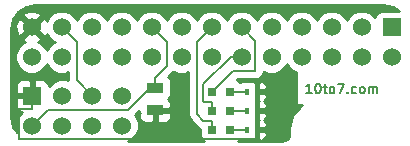
<source format=gtl>
G04 (created by PCBNEW-RS274X (2012-apr-16-27)-stable) date Mon 12 May 2014 23:50:08 BST*
G01*
G70*
G90*
%MOIN*%
G04 Gerber Fmt 3.4, Leading zero omitted, Abs format*
%FSLAX34Y34*%
G04 APERTURE LIST*
%ADD10C,0.006000*%
%ADD11C,0.007900*%
%ADD12R,0.055000X0.035000*%
%ADD13R,0.060000X0.060000*%
%ADD14C,0.060000*%
%ADD15R,0.015700X0.023600*%
%ADD16R,0.031400X0.031400*%
%ADD17C,0.008000*%
%ADD18C,0.010000*%
G04 APERTURE END LIST*
G54D10*
G54D11*
X62617Y-42410D02*
X62437Y-42410D01*
X62527Y-42410D02*
X62527Y-42095D01*
X62497Y-42140D01*
X62467Y-42170D01*
X62437Y-42185D01*
X62812Y-42095D02*
X62842Y-42095D01*
X62872Y-42110D01*
X62887Y-42125D01*
X62902Y-42155D01*
X62917Y-42215D01*
X62917Y-42290D01*
X62902Y-42350D01*
X62887Y-42380D01*
X62872Y-42395D01*
X62842Y-42410D01*
X62812Y-42410D01*
X62782Y-42395D01*
X62767Y-42380D01*
X62752Y-42350D01*
X62737Y-42290D01*
X62737Y-42215D01*
X62752Y-42155D01*
X62767Y-42125D01*
X62782Y-42110D01*
X62812Y-42095D01*
X63007Y-42200D02*
X63127Y-42200D01*
X63052Y-42095D02*
X63052Y-42365D01*
X63067Y-42395D01*
X63097Y-42410D01*
X63127Y-42410D01*
X63277Y-42410D02*
X63247Y-42395D01*
X63232Y-42380D01*
X63217Y-42350D01*
X63217Y-42260D01*
X63232Y-42230D01*
X63247Y-42215D01*
X63277Y-42200D01*
X63322Y-42200D01*
X63352Y-42215D01*
X63367Y-42230D01*
X63382Y-42260D01*
X63382Y-42350D01*
X63367Y-42380D01*
X63352Y-42395D01*
X63322Y-42410D01*
X63277Y-42410D01*
X63487Y-42095D02*
X63697Y-42095D01*
X63562Y-42410D01*
X63817Y-42380D02*
X63832Y-42395D01*
X63817Y-42410D01*
X63802Y-42395D01*
X63817Y-42380D01*
X63817Y-42410D01*
X64102Y-42395D02*
X64072Y-42410D01*
X64012Y-42410D01*
X63982Y-42395D01*
X63967Y-42380D01*
X63952Y-42350D01*
X63952Y-42260D01*
X63967Y-42230D01*
X63982Y-42215D01*
X64012Y-42200D01*
X64072Y-42200D01*
X64102Y-42215D01*
X64282Y-42410D02*
X64252Y-42395D01*
X64237Y-42380D01*
X64222Y-42350D01*
X64222Y-42260D01*
X64237Y-42230D01*
X64252Y-42215D01*
X64282Y-42200D01*
X64327Y-42200D01*
X64357Y-42215D01*
X64372Y-42230D01*
X64387Y-42260D01*
X64387Y-42350D01*
X64372Y-42380D01*
X64357Y-42395D01*
X64327Y-42410D01*
X64282Y-42410D01*
X64522Y-42410D02*
X64522Y-42200D01*
X64522Y-42230D02*
X64537Y-42215D01*
X64567Y-42200D01*
X64612Y-42200D01*
X64642Y-42215D01*
X64657Y-42245D01*
X64657Y-42410D01*
X64657Y-42245D02*
X64672Y-42215D01*
X64702Y-42200D01*
X64747Y-42200D01*
X64777Y-42215D01*
X64792Y-42245D01*
X64792Y-42410D01*
G54D12*
X57402Y-42223D03*
X57402Y-42973D03*
G54D13*
X53303Y-42492D03*
G54D14*
X53303Y-43492D03*
X54303Y-42492D03*
X54303Y-43492D03*
X55303Y-42492D03*
X55303Y-43492D03*
X56303Y-42492D03*
X56303Y-43492D03*
G54D13*
X65291Y-40209D03*
G54D14*
X65291Y-41209D03*
X64291Y-40209D03*
X64291Y-41209D03*
X63291Y-40209D03*
X63291Y-41209D03*
X62291Y-40209D03*
X62291Y-41209D03*
X61291Y-40209D03*
X61291Y-41209D03*
X60291Y-40209D03*
X60291Y-41209D03*
X59291Y-40209D03*
X59291Y-41209D03*
X58291Y-40209D03*
X58291Y-41209D03*
X57291Y-40209D03*
X57291Y-41209D03*
X56291Y-40209D03*
X56291Y-41209D03*
X55291Y-40209D03*
X55291Y-41209D03*
X54291Y-40209D03*
X54291Y-41209D03*
X53291Y-40209D03*
X53291Y-41209D03*
G54D15*
X60453Y-42362D03*
X60807Y-42362D03*
X60453Y-42992D03*
X60807Y-42992D03*
X60453Y-43622D03*
X60807Y-43622D03*
G54D16*
X59311Y-42362D03*
X59901Y-42362D03*
X59311Y-42992D03*
X59901Y-42992D03*
X59311Y-43622D03*
X59901Y-43622D03*
G54D17*
X54291Y-40209D02*
X54791Y-40709D01*
X54791Y-41980D02*
X55303Y-42492D01*
X54791Y-40709D02*
X54791Y-41980D01*
X60747Y-40665D02*
X60291Y-40209D01*
X60747Y-41635D02*
X60747Y-40665D01*
X60725Y-41657D02*
X60747Y-41635D01*
X60016Y-41657D02*
X60725Y-41657D01*
X59311Y-42362D02*
X60016Y-41657D01*
X59920Y-41209D02*
X60291Y-41209D01*
X59011Y-42118D02*
X59920Y-41209D01*
X59011Y-42670D02*
X59011Y-42118D01*
X59033Y-42692D02*
X59011Y-42670D01*
X59311Y-42692D02*
X59033Y-42692D01*
X59311Y-42992D02*
X59311Y-42692D01*
X59311Y-43322D02*
X59011Y-43322D01*
X59011Y-43322D02*
X58791Y-43102D01*
X59311Y-43622D02*
X59311Y-43322D01*
X58791Y-40709D02*
X59291Y-40209D01*
X58791Y-43102D02*
X58791Y-40709D01*
X57791Y-41516D02*
X57402Y-41905D01*
X57791Y-40709D02*
X57791Y-41516D01*
X57291Y-40209D02*
X57791Y-40709D01*
X57402Y-42223D02*
X57402Y-42064D01*
X57402Y-42064D02*
X57402Y-41905D01*
X53822Y-42973D02*
X53303Y-43492D01*
X56493Y-42973D02*
X53822Y-42973D01*
X57402Y-42064D02*
X56493Y-42973D01*
X60807Y-43622D02*
X60807Y-43915D01*
X53303Y-42492D02*
X53303Y-42935D01*
X52860Y-42957D02*
X52882Y-42935D01*
X52879Y-43942D02*
X52860Y-43923D01*
X56751Y-43942D02*
X52879Y-43942D01*
X57402Y-43291D02*
X56751Y-43942D01*
X60807Y-43915D02*
X60799Y-43923D01*
X60799Y-43923D02*
X58034Y-43923D01*
X52860Y-43923D02*
X52860Y-42957D01*
X58034Y-43923D02*
X57402Y-43291D01*
X60807Y-42992D02*
X60807Y-43622D01*
X57402Y-42973D02*
X57402Y-43291D01*
X52882Y-42935D02*
X53303Y-42935D01*
X60807Y-42992D02*
X60807Y-42362D01*
X59901Y-42362D02*
X60453Y-42362D01*
X59901Y-42992D02*
X60453Y-42992D01*
X59901Y-43622D02*
X60453Y-43622D01*
G54D10*
G36*
X59048Y-44005D02*
X57927Y-44005D01*
X57927Y-43085D01*
X57865Y-43023D01*
X57452Y-43023D01*
X57452Y-43336D01*
X57514Y-43398D01*
X57628Y-43397D01*
X57727Y-43397D01*
X57818Y-43359D01*
X57888Y-43289D01*
X57926Y-43197D01*
X57927Y-43085D01*
X57927Y-44005D01*
X57352Y-44005D01*
X56498Y-44005D01*
X56614Y-43957D01*
X56768Y-43803D01*
X56852Y-43601D01*
X56852Y-43383D01*
X56768Y-43181D01*
X56731Y-43144D01*
X56877Y-42998D01*
X56877Y-43073D01*
X56889Y-43073D01*
X56877Y-43085D01*
X56878Y-43197D01*
X56916Y-43289D01*
X56986Y-43359D01*
X57077Y-43397D01*
X57176Y-43397D01*
X57290Y-43398D01*
X57352Y-43336D01*
X57352Y-43073D01*
X57352Y-43023D01*
X57352Y-42923D01*
X57452Y-42923D01*
X57502Y-42923D01*
X57865Y-42923D01*
X57927Y-42861D01*
X57926Y-42749D01*
X57888Y-42657D01*
X57829Y-42598D01*
X57888Y-42539D01*
X57926Y-42448D01*
X57926Y-42349D01*
X57926Y-41999D01*
X57888Y-41907D01*
X57849Y-41868D01*
X57996Y-41721D01*
X58017Y-41689D01*
X58182Y-41758D01*
X58400Y-41758D01*
X58501Y-41716D01*
X58501Y-43102D01*
X58523Y-43213D01*
X58586Y-43307D01*
X58806Y-43527D01*
X58900Y-43590D01*
X58905Y-43590D01*
X58905Y-43828D01*
X58943Y-43920D01*
X59013Y-43990D01*
X59048Y-44005D01*
X59048Y-44005D01*
G37*
G54D18*
X59048Y-44005D02*
X57927Y-44005D01*
X57927Y-43085D01*
X57865Y-43023D01*
X57452Y-43023D01*
X57452Y-43336D01*
X57514Y-43398D01*
X57628Y-43397D01*
X57727Y-43397D01*
X57818Y-43359D01*
X57888Y-43289D01*
X57926Y-43197D01*
X57927Y-43085D01*
X57927Y-44005D01*
X57352Y-44005D01*
X56498Y-44005D01*
X56614Y-43957D01*
X56768Y-43803D01*
X56852Y-43601D01*
X56852Y-43383D01*
X56768Y-43181D01*
X56731Y-43144D01*
X56877Y-42998D01*
X56877Y-43073D01*
X56889Y-43073D01*
X56877Y-43085D01*
X56878Y-43197D01*
X56916Y-43289D01*
X56986Y-43359D01*
X57077Y-43397D01*
X57176Y-43397D01*
X57290Y-43398D01*
X57352Y-43336D01*
X57352Y-43073D01*
X57352Y-43023D01*
X57352Y-42923D01*
X57452Y-42923D01*
X57502Y-42923D01*
X57865Y-42923D01*
X57927Y-42861D01*
X57926Y-42749D01*
X57888Y-42657D01*
X57829Y-42598D01*
X57888Y-42539D01*
X57926Y-42448D01*
X57926Y-42349D01*
X57926Y-41999D01*
X57888Y-41907D01*
X57849Y-41868D01*
X57996Y-41721D01*
X58017Y-41689D01*
X58182Y-41758D01*
X58400Y-41758D01*
X58501Y-41716D01*
X58501Y-43102D01*
X58523Y-43213D01*
X58586Y-43307D01*
X58806Y-43527D01*
X58900Y-43590D01*
X58905Y-43590D01*
X58905Y-43828D01*
X58943Y-43920D01*
X59013Y-43990D01*
X59048Y-44005D01*
G54D10*
G36*
X62297Y-42793D02*
X62263Y-42820D01*
X62219Y-42856D01*
X62040Y-43068D01*
X61979Y-43179D01*
X61978Y-43179D01*
X61978Y-43181D01*
X61894Y-43445D01*
X61888Y-43493D01*
X61879Y-43543D01*
X61879Y-43700D01*
X61880Y-43704D01*
X61880Y-43745D01*
X61856Y-43864D01*
X61809Y-43934D01*
X61738Y-43981D01*
X61620Y-44005D01*
X61134Y-44005D01*
X61134Y-43790D01*
X61134Y-43733D01*
X61134Y-43511D01*
X61134Y-43454D01*
X61096Y-43363D01*
X61040Y-43307D01*
X61096Y-43251D01*
X61134Y-43160D01*
X61134Y-43103D01*
X61134Y-42881D01*
X61134Y-42824D01*
X61096Y-42733D01*
X61040Y-42677D01*
X61096Y-42621D01*
X61134Y-42530D01*
X61134Y-42473D01*
X61134Y-42251D01*
X61134Y-42194D01*
X61096Y-42103D01*
X61026Y-42033D01*
X60934Y-41995D01*
X60908Y-41994D01*
X60846Y-42056D01*
X60846Y-42312D01*
X61073Y-42312D01*
X61134Y-42251D01*
X61134Y-42473D01*
X61073Y-42412D01*
X60846Y-42412D01*
X60846Y-42668D01*
X60855Y-42677D01*
X60846Y-42686D01*
X60846Y-42942D01*
X61073Y-42942D01*
X61134Y-42881D01*
X61134Y-43103D01*
X61073Y-43042D01*
X60846Y-43042D01*
X60846Y-43298D01*
X60855Y-43307D01*
X60846Y-43316D01*
X60846Y-43572D01*
X61073Y-43572D01*
X61134Y-43511D01*
X61134Y-43733D01*
X61073Y-43672D01*
X60846Y-43672D01*
X60846Y-43928D01*
X60908Y-43990D01*
X60934Y-43989D01*
X61026Y-43951D01*
X61096Y-43881D01*
X61134Y-43790D01*
X61134Y-44005D01*
X60162Y-44005D01*
X60199Y-43990D01*
X60236Y-43952D01*
X60325Y-43989D01*
X60424Y-43989D01*
X60580Y-43989D01*
X60630Y-43968D01*
X60680Y-43989D01*
X60706Y-43990D01*
X60768Y-43928D01*
X60768Y-43818D01*
X60780Y-43790D01*
X60780Y-43691D01*
X60780Y-43455D01*
X60768Y-43425D01*
X60768Y-43316D01*
X60759Y-43307D01*
X60768Y-43298D01*
X60768Y-43188D01*
X60780Y-43160D01*
X60780Y-43061D01*
X60780Y-42825D01*
X60768Y-42795D01*
X60768Y-42686D01*
X60759Y-42677D01*
X60768Y-42668D01*
X60768Y-42558D01*
X60780Y-42530D01*
X60780Y-42431D01*
X60780Y-42195D01*
X60768Y-42165D01*
X60768Y-42056D01*
X60706Y-41994D01*
X60680Y-41995D01*
X60630Y-42015D01*
X60581Y-41995D01*
X60482Y-41995D01*
X60326Y-41995D01*
X60236Y-42031D01*
X60199Y-41994D01*
X60121Y-41961D01*
X60136Y-41947D01*
X60725Y-41947D01*
X60836Y-41925D01*
X60930Y-41862D01*
X60952Y-41840D01*
X61015Y-41746D01*
X61025Y-41692D01*
X61182Y-41758D01*
X61400Y-41758D01*
X61602Y-41674D01*
X61756Y-41520D01*
X61791Y-41435D01*
X61826Y-41520D01*
X61980Y-41674D01*
X62088Y-41718D01*
X62088Y-42793D01*
X62297Y-42793D01*
X62297Y-42793D01*
G37*
G54D18*
X62297Y-42793D02*
X62263Y-42820D01*
X62219Y-42856D01*
X62040Y-43068D01*
X61979Y-43179D01*
X61978Y-43179D01*
X61978Y-43181D01*
X61894Y-43445D01*
X61888Y-43493D01*
X61879Y-43543D01*
X61879Y-43700D01*
X61880Y-43704D01*
X61880Y-43745D01*
X61856Y-43864D01*
X61809Y-43934D01*
X61738Y-43981D01*
X61620Y-44005D01*
X61134Y-44005D01*
X61134Y-43790D01*
X61134Y-43733D01*
X61134Y-43511D01*
X61134Y-43454D01*
X61096Y-43363D01*
X61040Y-43307D01*
X61096Y-43251D01*
X61134Y-43160D01*
X61134Y-43103D01*
X61134Y-42881D01*
X61134Y-42824D01*
X61096Y-42733D01*
X61040Y-42677D01*
X61096Y-42621D01*
X61134Y-42530D01*
X61134Y-42473D01*
X61134Y-42251D01*
X61134Y-42194D01*
X61096Y-42103D01*
X61026Y-42033D01*
X60934Y-41995D01*
X60908Y-41994D01*
X60846Y-42056D01*
X60846Y-42312D01*
X61073Y-42312D01*
X61134Y-42251D01*
X61134Y-42473D01*
X61073Y-42412D01*
X60846Y-42412D01*
X60846Y-42668D01*
X60855Y-42677D01*
X60846Y-42686D01*
X60846Y-42942D01*
X61073Y-42942D01*
X61134Y-42881D01*
X61134Y-43103D01*
X61073Y-43042D01*
X60846Y-43042D01*
X60846Y-43298D01*
X60855Y-43307D01*
X60846Y-43316D01*
X60846Y-43572D01*
X61073Y-43572D01*
X61134Y-43511D01*
X61134Y-43733D01*
X61073Y-43672D01*
X60846Y-43672D01*
X60846Y-43928D01*
X60908Y-43990D01*
X60934Y-43989D01*
X61026Y-43951D01*
X61096Y-43881D01*
X61134Y-43790D01*
X61134Y-44005D01*
X60162Y-44005D01*
X60199Y-43990D01*
X60236Y-43952D01*
X60325Y-43989D01*
X60424Y-43989D01*
X60580Y-43989D01*
X60630Y-43968D01*
X60680Y-43989D01*
X60706Y-43990D01*
X60768Y-43928D01*
X60768Y-43818D01*
X60780Y-43790D01*
X60780Y-43691D01*
X60780Y-43455D01*
X60768Y-43425D01*
X60768Y-43316D01*
X60759Y-43307D01*
X60768Y-43298D01*
X60768Y-43188D01*
X60780Y-43160D01*
X60780Y-43061D01*
X60780Y-42825D01*
X60768Y-42795D01*
X60768Y-42686D01*
X60759Y-42677D01*
X60768Y-42668D01*
X60768Y-42558D01*
X60780Y-42530D01*
X60780Y-42431D01*
X60780Y-42195D01*
X60768Y-42165D01*
X60768Y-42056D01*
X60706Y-41994D01*
X60680Y-41995D01*
X60630Y-42015D01*
X60581Y-41995D01*
X60482Y-41995D01*
X60326Y-41995D01*
X60236Y-42031D01*
X60199Y-41994D01*
X60121Y-41961D01*
X60136Y-41947D01*
X60725Y-41947D01*
X60836Y-41925D01*
X60930Y-41862D01*
X60952Y-41840D01*
X61015Y-41746D01*
X61025Y-41692D01*
X61182Y-41758D01*
X61400Y-41758D01*
X61602Y-41674D01*
X61756Y-41520D01*
X61791Y-41435D01*
X61826Y-41520D01*
X61980Y-41674D01*
X62088Y-41718D01*
X62088Y-42793D01*
X62297Y-42793D01*
G54D10*
G36*
X65537Y-39660D02*
X64942Y-39660D01*
X64850Y-39698D01*
X64780Y-39768D01*
X64742Y-39859D01*
X64742Y-39884D01*
X64602Y-39744D01*
X64400Y-39660D01*
X64182Y-39660D01*
X63980Y-39744D01*
X63826Y-39898D01*
X63791Y-39982D01*
X63756Y-39898D01*
X63602Y-39744D01*
X63400Y-39660D01*
X63182Y-39660D01*
X62980Y-39744D01*
X62826Y-39898D01*
X62791Y-39982D01*
X62756Y-39898D01*
X62602Y-39744D01*
X62400Y-39660D01*
X62182Y-39660D01*
X61980Y-39744D01*
X61826Y-39898D01*
X61791Y-39982D01*
X61756Y-39898D01*
X61602Y-39744D01*
X61400Y-39660D01*
X61182Y-39660D01*
X60980Y-39744D01*
X60826Y-39898D01*
X60791Y-39982D01*
X60756Y-39898D01*
X60602Y-39744D01*
X60400Y-39660D01*
X60182Y-39660D01*
X59980Y-39744D01*
X59826Y-39898D01*
X59791Y-39982D01*
X59756Y-39898D01*
X59602Y-39744D01*
X59400Y-39660D01*
X59182Y-39660D01*
X58980Y-39744D01*
X58826Y-39898D01*
X58791Y-39982D01*
X58756Y-39898D01*
X58602Y-39744D01*
X58400Y-39660D01*
X58182Y-39660D01*
X57980Y-39744D01*
X57826Y-39898D01*
X57791Y-39982D01*
X57756Y-39898D01*
X57602Y-39744D01*
X57400Y-39660D01*
X57182Y-39660D01*
X56980Y-39744D01*
X56826Y-39898D01*
X56791Y-39982D01*
X56756Y-39898D01*
X56602Y-39744D01*
X56400Y-39660D01*
X56182Y-39660D01*
X55980Y-39744D01*
X55826Y-39898D01*
X55791Y-39982D01*
X55756Y-39898D01*
X55602Y-39744D01*
X55400Y-39660D01*
X55182Y-39660D01*
X54980Y-39744D01*
X54826Y-39898D01*
X54791Y-39982D01*
X54756Y-39898D01*
X54602Y-39744D01*
X54400Y-39660D01*
X54182Y-39660D01*
X53980Y-39744D01*
X53826Y-39898D01*
X53788Y-39989D01*
X53763Y-39928D01*
X53669Y-39901D01*
X53599Y-39971D01*
X53599Y-39831D01*
X53572Y-39737D01*
X53370Y-39666D01*
X53157Y-39677D01*
X53010Y-39737D01*
X52983Y-39831D01*
X53291Y-40138D01*
X53599Y-39831D01*
X53599Y-39971D01*
X53362Y-40209D01*
X53669Y-40517D01*
X53763Y-40490D01*
X53786Y-40424D01*
X53826Y-40520D01*
X53980Y-40674D01*
X54064Y-40709D01*
X53980Y-40744D01*
X53826Y-40898D01*
X53791Y-40982D01*
X53756Y-40898D01*
X53602Y-40744D01*
X53510Y-40706D01*
X53572Y-40681D01*
X53599Y-40587D01*
X53291Y-40280D01*
X53220Y-40350D01*
X53220Y-40209D01*
X52913Y-39901D01*
X52819Y-39928D01*
X52748Y-40130D01*
X52759Y-40343D01*
X52819Y-40490D01*
X52913Y-40517D01*
X53220Y-40209D01*
X53220Y-40350D01*
X52983Y-40587D01*
X53010Y-40681D01*
X53075Y-40704D01*
X52980Y-40744D01*
X52826Y-40898D01*
X52742Y-41100D01*
X52742Y-41318D01*
X52826Y-41520D01*
X52980Y-41674D01*
X53182Y-41758D01*
X53400Y-41758D01*
X53602Y-41674D01*
X53756Y-41520D01*
X53791Y-41435D01*
X53826Y-41520D01*
X53980Y-41674D01*
X54182Y-41758D01*
X54400Y-41758D01*
X54501Y-41716D01*
X54501Y-41980D01*
X54412Y-41943D01*
X54194Y-41943D01*
X53992Y-42027D01*
X53852Y-42167D01*
X53852Y-42142D01*
X53814Y-42051D01*
X53744Y-41981D01*
X53652Y-41943D01*
X53415Y-41942D01*
X53353Y-42004D01*
X53353Y-42392D01*
X53353Y-42442D01*
X53353Y-42542D01*
X53253Y-42542D01*
X53253Y-42442D01*
X53253Y-42004D01*
X53191Y-41942D01*
X52954Y-41943D01*
X52862Y-41981D01*
X52792Y-42051D01*
X52754Y-42142D01*
X52754Y-42241D01*
X52753Y-42380D01*
X52815Y-42442D01*
X53253Y-42442D01*
X53253Y-42542D01*
X53203Y-42542D01*
X52815Y-42542D01*
X52753Y-42604D01*
X52754Y-42743D01*
X52754Y-42842D01*
X52792Y-42933D01*
X52862Y-43003D01*
X52954Y-43041D01*
X52977Y-43041D01*
X52838Y-43181D01*
X52754Y-43383D01*
X52754Y-43601D01*
X52799Y-43709D01*
X52674Y-43523D01*
X52609Y-43194D01*
X52609Y-40269D01*
X52674Y-39940D01*
X52841Y-39691D01*
X53089Y-39524D01*
X53414Y-39459D01*
X65006Y-39459D01*
X65335Y-39524D01*
X65537Y-39660D01*
X65537Y-39660D01*
G37*
G54D18*
X65537Y-39660D02*
X64942Y-39660D01*
X64850Y-39698D01*
X64780Y-39768D01*
X64742Y-39859D01*
X64742Y-39884D01*
X64602Y-39744D01*
X64400Y-39660D01*
X64182Y-39660D01*
X63980Y-39744D01*
X63826Y-39898D01*
X63791Y-39982D01*
X63756Y-39898D01*
X63602Y-39744D01*
X63400Y-39660D01*
X63182Y-39660D01*
X62980Y-39744D01*
X62826Y-39898D01*
X62791Y-39982D01*
X62756Y-39898D01*
X62602Y-39744D01*
X62400Y-39660D01*
X62182Y-39660D01*
X61980Y-39744D01*
X61826Y-39898D01*
X61791Y-39982D01*
X61756Y-39898D01*
X61602Y-39744D01*
X61400Y-39660D01*
X61182Y-39660D01*
X60980Y-39744D01*
X60826Y-39898D01*
X60791Y-39982D01*
X60756Y-39898D01*
X60602Y-39744D01*
X60400Y-39660D01*
X60182Y-39660D01*
X59980Y-39744D01*
X59826Y-39898D01*
X59791Y-39982D01*
X59756Y-39898D01*
X59602Y-39744D01*
X59400Y-39660D01*
X59182Y-39660D01*
X58980Y-39744D01*
X58826Y-39898D01*
X58791Y-39982D01*
X58756Y-39898D01*
X58602Y-39744D01*
X58400Y-39660D01*
X58182Y-39660D01*
X57980Y-39744D01*
X57826Y-39898D01*
X57791Y-39982D01*
X57756Y-39898D01*
X57602Y-39744D01*
X57400Y-39660D01*
X57182Y-39660D01*
X56980Y-39744D01*
X56826Y-39898D01*
X56791Y-39982D01*
X56756Y-39898D01*
X56602Y-39744D01*
X56400Y-39660D01*
X56182Y-39660D01*
X55980Y-39744D01*
X55826Y-39898D01*
X55791Y-39982D01*
X55756Y-39898D01*
X55602Y-39744D01*
X55400Y-39660D01*
X55182Y-39660D01*
X54980Y-39744D01*
X54826Y-39898D01*
X54791Y-39982D01*
X54756Y-39898D01*
X54602Y-39744D01*
X54400Y-39660D01*
X54182Y-39660D01*
X53980Y-39744D01*
X53826Y-39898D01*
X53788Y-39989D01*
X53763Y-39928D01*
X53669Y-39901D01*
X53599Y-39971D01*
X53599Y-39831D01*
X53572Y-39737D01*
X53370Y-39666D01*
X53157Y-39677D01*
X53010Y-39737D01*
X52983Y-39831D01*
X53291Y-40138D01*
X53599Y-39831D01*
X53599Y-39971D01*
X53362Y-40209D01*
X53669Y-40517D01*
X53763Y-40490D01*
X53786Y-40424D01*
X53826Y-40520D01*
X53980Y-40674D01*
X54064Y-40709D01*
X53980Y-40744D01*
X53826Y-40898D01*
X53791Y-40982D01*
X53756Y-40898D01*
X53602Y-40744D01*
X53510Y-40706D01*
X53572Y-40681D01*
X53599Y-40587D01*
X53291Y-40280D01*
X53220Y-40350D01*
X53220Y-40209D01*
X52913Y-39901D01*
X52819Y-39928D01*
X52748Y-40130D01*
X52759Y-40343D01*
X52819Y-40490D01*
X52913Y-40517D01*
X53220Y-40209D01*
X53220Y-40350D01*
X52983Y-40587D01*
X53010Y-40681D01*
X53075Y-40704D01*
X52980Y-40744D01*
X52826Y-40898D01*
X52742Y-41100D01*
X52742Y-41318D01*
X52826Y-41520D01*
X52980Y-41674D01*
X53182Y-41758D01*
X53400Y-41758D01*
X53602Y-41674D01*
X53756Y-41520D01*
X53791Y-41435D01*
X53826Y-41520D01*
X53980Y-41674D01*
X54182Y-41758D01*
X54400Y-41758D01*
X54501Y-41716D01*
X54501Y-41980D01*
X54412Y-41943D01*
X54194Y-41943D01*
X53992Y-42027D01*
X53852Y-42167D01*
X53852Y-42142D01*
X53814Y-42051D01*
X53744Y-41981D01*
X53652Y-41943D01*
X53415Y-41942D01*
X53353Y-42004D01*
X53353Y-42392D01*
X53353Y-42442D01*
X53353Y-42542D01*
X53253Y-42542D01*
X53253Y-42442D01*
X53253Y-42004D01*
X53191Y-41942D01*
X52954Y-41943D01*
X52862Y-41981D01*
X52792Y-42051D01*
X52754Y-42142D01*
X52754Y-42241D01*
X52753Y-42380D01*
X52815Y-42442D01*
X53253Y-42442D01*
X53253Y-42542D01*
X53203Y-42542D01*
X52815Y-42542D01*
X52753Y-42604D01*
X52754Y-42743D01*
X52754Y-42842D01*
X52792Y-42933D01*
X52862Y-43003D01*
X52954Y-43041D01*
X52977Y-43041D01*
X52838Y-43181D01*
X52754Y-43383D01*
X52754Y-43601D01*
X52799Y-43709D01*
X52674Y-43523D01*
X52609Y-43194D01*
X52609Y-40269D01*
X52674Y-39940D01*
X52841Y-39691D01*
X53089Y-39524D01*
X53414Y-39459D01*
X65006Y-39459D01*
X65335Y-39524D01*
X65537Y-39660D01*
M02*

</source>
